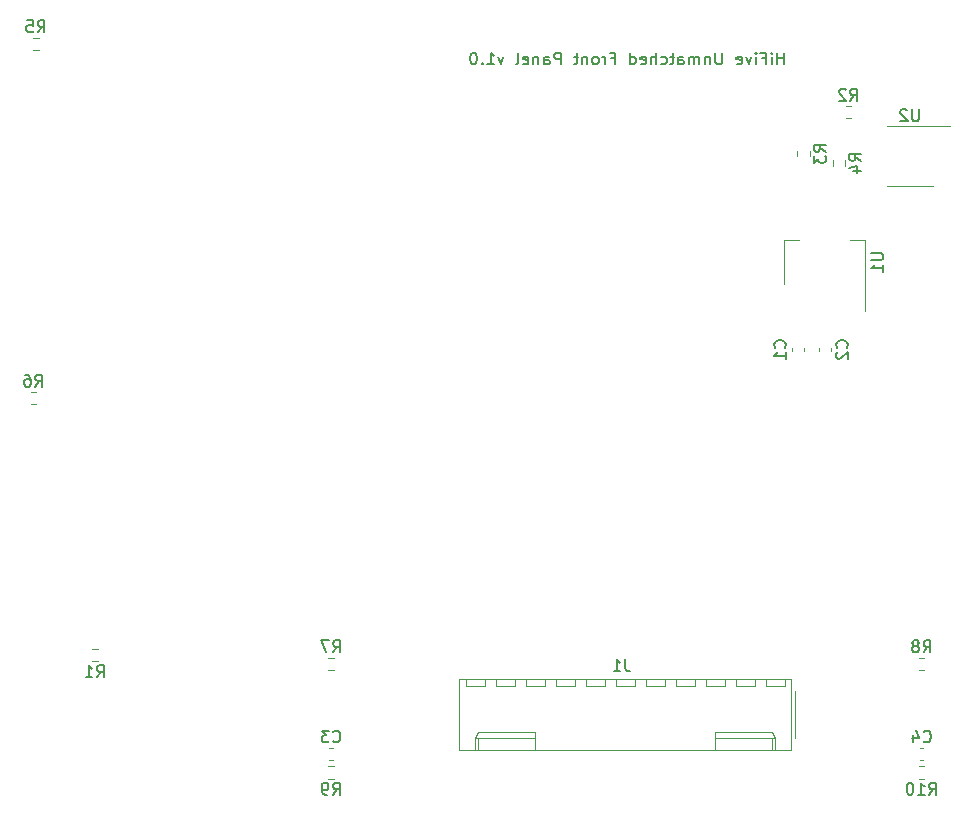
<source format=gbr>
%TF.GenerationSoftware,KiCad,Pcbnew,(5.99.0-8090-ga1d7a959f7)*%
%TF.CreationDate,2021-11-03T17:46:47+00:00*%
%TF.ProjectId,Front_Panel,46726f6e-745f-4506-916e-656c2e6b6963,rev?*%
%TF.SameCoordinates,Original*%
%TF.FileFunction,Legend,Bot*%
%TF.FilePolarity,Positive*%
%FSLAX46Y46*%
G04 Gerber Fmt 4.6, Leading zero omitted, Abs format (unit mm)*
G04 Created by KiCad (PCBNEW (5.99.0-8090-ga1d7a959f7)) date 2021-11-03 17:46:47*
%MOMM*%
%LPD*%
G01*
G04 APERTURE LIST*
%ADD10C,0.150000*%
%ADD11C,0.120000*%
G04 APERTURE END LIST*
D10*
X138361904Y-71752380D02*
X138361904Y-70752380D01*
X138361904Y-71228571D02*
X137790476Y-71228571D01*
X137790476Y-71752380D02*
X137790476Y-70752380D01*
X137314285Y-71752380D02*
X137314285Y-71085714D01*
X137314285Y-70752380D02*
X137361904Y-70800000D01*
X137314285Y-70847619D01*
X137266666Y-70800000D01*
X137314285Y-70752380D01*
X137314285Y-70847619D01*
X136504761Y-71228571D02*
X136838095Y-71228571D01*
X136838095Y-71752380D02*
X136838095Y-70752380D01*
X136361904Y-70752380D01*
X135980952Y-71752380D02*
X135980952Y-71085714D01*
X135980952Y-70752380D02*
X136028571Y-70800000D01*
X135980952Y-70847619D01*
X135933333Y-70800000D01*
X135980952Y-70752380D01*
X135980952Y-70847619D01*
X135600000Y-71085714D02*
X135361904Y-71752380D01*
X135123809Y-71085714D01*
X134361904Y-71704761D02*
X134457142Y-71752380D01*
X134647619Y-71752380D01*
X134742857Y-71704761D01*
X134790476Y-71609523D01*
X134790476Y-71228571D01*
X134742857Y-71133333D01*
X134647619Y-71085714D01*
X134457142Y-71085714D01*
X134361904Y-71133333D01*
X134314285Y-71228571D01*
X134314285Y-71323809D01*
X134790476Y-71419047D01*
X133123809Y-70752380D02*
X133123809Y-71561904D01*
X133076190Y-71657142D01*
X133028571Y-71704761D01*
X132933333Y-71752380D01*
X132742857Y-71752380D01*
X132647619Y-71704761D01*
X132600000Y-71657142D01*
X132552380Y-71561904D01*
X132552380Y-70752380D01*
X132076190Y-71085714D02*
X132076190Y-71752380D01*
X132076190Y-71180952D02*
X132028571Y-71133333D01*
X131933333Y-71085714D01*
X131790476Y-71085714D01*
X131695238Y-71133333D01*
X131647619Y-71228571D01*
X131647619Y-71752380D01*
X131171428Y-71752380D02*
X131171428Y-71085714D01*
X131171428Y-71180952D02*
X131123809Y-71133333D01*
X131028571Y-71085714D01*
X130885714Y-71085714D01*
X130790476Y-71133333D01*
X130742857Y-71228571D01*
X130742857Y-71752380D01*
X130742857Y-71228571D02*
X130695238Y-71133333D01*
X130600000Y-71085714D01*
X130457142Y-71085714D01*
X130361904Y-71133333D01*
X130314285Y-71228571D01*
X130314285Y-71752380D01*
X129409523Y-71752380D02*
X129409523Y-71228571D01*
X129457142Y-71133333D01*
X129552380Y-71085714D01*
X129742857Y-71085714D01*
X129838095Y-71133333D01*
X129409523Y-71704761D02*
X129504761Y-71752380D01*
X129742857Y-71752380D01*
X129838095Y-71704761D01*
X129885714Y-71609523D01*
X129885714Y-71514285D01*
X129838095Y-71419047D01*
X129742857Y-71371428D01*
X129504761Y-71371428D01*
X129409523Y-71323809D01*
X129076190Y-71085714D02*
X128695238Y-71085714D01*
X128933333Y-70752380D02*
X128933333Y-71609523D01*
X128885714Y-71704761D01*
X128790476Y-71752380D01*
X128695238Y-71752380D01*
X127933333Y-71704761D02*
X128028571Y-71752380D01*
X128219047Y-71752380D01*
X128314285Y-71704761D01*
X128361904Y-71657142D01*
X128409523Y-71561904D01*
X128409523Y-71276190D01*
X128361904Y-71180952D01*
X128314285Y-71133333D01*
X128219047Y-71085714D01*
X128028571Y-71085714D01*
X127933333Y-71133333D01*
X127504761Y-71752380D02*
X127504761Y-70752380D01*
X127076190Y-71752380D02*
X127076190Y-71228571D01*
X127123809Y-71133333D01*
X127219047Y-71085714D01*
X127361904Y-71085714D01*
X127457142Y-71133333D01*
X127504761Y-71180952D01*
X126219047Y-71704761D02*
X126314285Y-71752380D01*
X126504761Y-71752380D01*
X126600000Y-71704761D01*
X126647619Y-71609523D01*
X126647619Y-71228571D01*
X126600000Y-71133333D01*
X126504761Y-71085714D01*
X126314285Y-71085714D01*
X126219047Y-71133333D01*
X126171428Y-71228571D01*
X126171428Y-71323809D01*
X126647619Y-71419047D01*
X125314285Y-71752380D02*
X125314285Y-70752380D01*
X125314285Y-71704761D02*
X125409523Y-71752380D01*
X125600000Y-71752380D01*
X125695238Y-71704761D01*
X125742857Y-71657142D01*
X125790476Y-71561904D01*
X125790476Y-71276190D01*
X125742857Y-71180952D01*
X125695238Y-71133333D01*
X125600000Y-71085714D01*
X125409523Y-71085714D01*
X125314285Y-71133333D01*
X123742857Y-71228571D02*
X124076190Y-71228571D01*
X124076190Y-71752380D02*
X124076190Y-70752380D01*
X123600000Y-70752380D01*
X123219047Y-71752380D02*
X123219047Y-71085714D01*
X123219047Y-71276190D02*
X123171428Y-71180952D01*
X123123809Y-71133333D01*
X123028571Y-71085714D01*
X122933333Y-71085714D01*
X122457142Y-71752380D02*
X122552380Y-71704761D01*
X122600000Y-71657142D01*
X122647619Y-71561904D01*
X122647619Y-71276190D01*
X122600000Y-71180952D01*
X122552380Y-71133333D01*
X122457142Y-71085714D01*
X122314285Y-71085714D01*
X122219047Y-71133333D01*
X122171428Y-71180952D01*
X122123809Y-71276190D01*
X122123809Y-71561904D01*
X122171428Y-71657142D01*
X122219047Y-71704761D01*
X122314285Y-71752380D01*
X122457142Y-71752380D01*
X121695238Y-71085714D02*
X121695238Y-71752380D01*
X121695238Y-71180952D02*
X121647619Y-71133333D01*
X121552380Y-71085714D01*
X121409523Y-71085714D01*
X121314285Y-71133333D01*
X121266666Y-71228571D01*
X121266666Y-71752380D01*
X120933333Y-71085714D02*
X120552380Y-71085714D01*
X120790476Y-70752380D02*
X120790476Y-71609523D01*
X120742857Y-71704761D01*
X120647619Y-71752380D01*
X120552380Y-71752380D01*
X119457142Y-71752380D02*
X119457142Y-70752380D01*
X119076190Y-70752380D01*
X118980952Y-70800000D01*
X118933333Y-70847619D01*
X118885714Y-70942857D01*
X118885714Y-71085714D01*
X118933333Y-71180952D01*
X118980952Y-71228571D01*
X119076190Y-71276190D01*
X119457142Y-71276190D01*
X118028571Y-71752380D02*
X118028571Y-71228571D01*
X118076190Y-71133333D01*
X118171428Y-71085714D01*
X118361904Y-71085714D01*
X118457142Y-71133333D01*
X118028571Y-71704761D02*
X118123809Y-71752380D01*
X118361904Y-71752380D01*
X118457142Y-71704761D01*
X118504761Y-71609523D01*
X118504761Y-71514285D01*
X118457142Y-71419047D01*
X118361904Y-71371428D01*
X118123809Y-71371428D01*
X118028571Y-71323809D01*
X117552380Y-71085714D02*
X117552380Y-71752380D01*
X117552380Y-71180952D02*
X117504761Y-71133333D01*
X117409523Y-71085714D01*
X117266666Y-71085714D01*
X117171428Y-71133333D01*
X117123809Y-71228571D01*
X117123809Y-71752380D01*
X116266666Y-71704761D02*
X116361904Y-71752380D01*
X116552380Y-71752380D01*
X116647619Y-71704761D01*
X116695238Y-71609523D01*
X116695238Y-71228571D01*
X116647619Y-71133333D01*
X116552380Y-71085714D01*
X116361904Y-71085714D01*
X116266666Y-71133333D01*
X116219047Y-71228571D01*
X116219047Y-71323809D01*
X116695238Y-71419047D01*
X115647619Y-71752380D02*
X115742857Y-71704761D01*
X115790476Y-71609523D01*
X115790476Y-70752380D01*
X114600000Y-71085714D02*
X114361904Y-71752380D01*
X114123809Y-71085714D01*
X113219047Y-71752380D02*
X113790476Y-71752380D01*
X113504761Y-71752380D02*
X113504761Y-70752380D01*
X113600000Y-70895238D01*
X113695238Y-70990476D01*
X113790476Y-71038095D01*
X112790476Y-71657142D02*
X112742857Y-71704761D01*
X112790476Y-71752380D01*
X112838095Y-71704761D01*
X112790476Y-71657142D01*
X112790476Y-71752380D01*
X112123809Y-70752380D02*
X112028571Y-70752380D01*
X111933333Y-70800000D01*
X111885714Y-70847619D01*
X111838095Y-70942857D01*
X111790476Y-71133333D01*
X111790476Y-71371428D01*
X111838095Y-71561904D01*
X111885714Y-71657142D01*
X111933333Y-71704761D01*
X112028571Y-71752380D01*
X112123809Y-71752380D01*
X112219047Y-71704761D01*
X112266666Y-71657142D01*
X112314285Y-71561904D01*
X112361904Y-71371428D01*
X112361904Y-71133333D01*
X112314285Y-70942857D01*
X112266666Y-70847619D01*
X112219047Y-70800000D01*
X112123809Y-70752380D01*
%TO.C,C4*%
X150166666Y-129057142D02*
X150214285Y-129104761D01*
X150357142Y-129152380D01*
X150452380Y-129152380D01*
X150595238Y-129104761D01*
X150690476Y-129009523D01*
X150738095Y-128914285D01*
X150785714Y-128723809D01*
X150785714Y-128580952D01*
X150738095Y-128390476D01*
X150690476Y-128295238D01*
X150595238Y-128200000D01*
X150452380Y-128152380D01*
X150357142Y-128152380D01*
X150214285Y-128200000D01*
X150166666Y-128247619D01*
X149309523Y-128485714D02*
X149309523Y-129152380D01*
X149547619Y-128104761D02*
X149785714Y-128819047D01*
X149166666Y-128819047D01*
%TO.C,R8*%
X150166666Y-121522380D02*
X150500000Y-121046190D01*
X150738095Y-121522380D02*
X150738095Y-120522380D01*
X150357142Y-120522380D01*
X150261904Y-120570000D01*
X150214285Y-120617619D01*
X150166666Y-120712857D01*
X150166666Y-120855714D01*
X150214285Y-120950952D01*
X150261904Y-120998571D01*
X150357142Y-121046190D01*
X150738095Y-121046190D01*
X149595238Y-120950952D02*
X149690476Y-120903333D01*
X149738095Y-120855714D01*
X149785714Y-120760476D01*
X149785714Y-120712857D01*
X149738095Y-120617619D01*
X149690476Y-120570000D01*
X149595238Y-120522380D01*
X149404761Y-120522380D01*
X149309523Y-120570000D01*
X149261904Y-120617619D01*
X149214285Y-120712857D01*
X149214285Y-120760476D01*
X149261904Y-120855714D01*
X149309523Y-120903333D01*
X149404761Y-120950952D01*
X149595238Y-120950952D01*
X149690476Y-120998571D01*
X149738095Y-121046190D01*
X149785714Y-121141428D01*
X149785714Y-121331904D01*
X149738095Y-121427142D01*
X149690476Y-121474761D01*
X149595238Y-121522380D01*
X149404761Y-121522380D01*
X149309523Y-121474761D01*
X149261904Y-121427142D01*
X149214285Y-121331904D01*
X149214285Y-121141428D01*
X149261904Y-121046190D01*
X149309523Y-120998571D01*
X149404761Y-120950952D01*
%TO.C,C3*%
X100166666Y-129057142D02*
X100214285Y-129104761D01*
X100357142Y-129152380D01*
X100452380Y-129152380D01*
X100595238Y-129104761D01*
X100690476Y-129009523D01*
X100738095Y-128914285D01*
X100785714Y-128723809D01*
X100785714Y-128580952D01*
X100738095Y-128390476D01*
X100690476Y-128295238D01*
X100595238Y-128200000D01*
X100452380Y-128152380D01*
X100357142Y-128152380D01*
X100214285Y-128200000D01*
X100166666Y-128247619D01*
X99833333Y-128152380D02*
X99214285Y-128152380D01*
X99547619Y-128533333D01*
X99404761Y-128533333D01*
X99309523Y-128580952D01*
X99261904Y-128628571D01*
X99214285Y-128723809D01*
X99214285Y-128961904D01*
X99261904Y-129057142D01*
X99309523Y-129104761D01*
X99404761Y-129152380D01*
X99690476Y-129152380D01*
X99785714Y-129104761D01*
X99833333Y-129057142D01*
%TO.C,R2*%
X143966666Y-74822380D02*
X144300000Y-74346190D01*
X144538095Y-74822380D02*
X144538095Y-73822380D01*
X144157142Y-73822380D01*
X144061904Y-73870000D01*
X144014285Y-73917619D01*
X143966666Y-74012857D01*
X143966666Y-74155714D01*
X144014285Y-74250952D01*
X144061904Y-74298571D01*
X144157142Y-74346190D01*
X144538095Y-74346190D01*
X143585714Y-73917619D02*
X143538095Y-73870000D01*
X143442857Y-73822380D01*
X143204761Y-73822380D01*
X143109523Y-73870000D01*
X143061904Y-73917619D01*
X143014285Y-74012857D01*
X143014285Y-74108095D01*
X143061904Y-74250952D01*
X143633333Y-74822380D01*
X143014285Y-74822380D01*
%TO.C,R9*%
X100166666Y-133582380D02*
X100500000Y-133106190D01*
X100738095Y-133582380D02*
X100738095Y-132582380D01*
X100357142Y-132582380D01*
X100261904Y-132630000D01*
X100214285Y-132677619D01*
X100166666Y-132772857D01*
X100166666Y-132915714D01*
X100214285Y-133010952D01*
X100261904Y-133058571D01*
X100357142Y-133106190D01*
X100738095Y-133106190D01*
X99690476Y-133582380D02*
X99500000Y-133582380D01*
X99404761Y-133534761D01*
X99357142Y-133487142D01*
X99261904Y-133344285D01*
X99214285Y-133153809D01*
X99214285Y-132772857D01*
X99261904Y-132677619D01*
X99309523Y-132630000D01*
X99404761Y-132582380D01*
X99595238Y-132582380D01*
X99690476Y-132630000D01*
X99738095Y-132677619D01*
X99785714Y-132772857D01*
X99785714Y-133010952D01*
X99738095Y-133106190D01*
X99690476Y-133153809D01*
X99595238Y-133201428D01*
X99404761Y-133201428D01*
X99309523Y-133153809D01*
X99261904Y-133106190D01*
X99214285Y-133010952D01*
%TO.C,R6*%
X74966666Y-99022380D02*
X75300000Y-98546190D01*
X75538095Y-99022380D02*
X75538095Y-98022380D01*
X75157142Y-98022380D01*
X75061904Y-98070000D01*
X75014285Y-98117619D01*
X74966666Y-98212857D01*
X74966666Y-98355714D01*
X75014285Y-98450952D01*
X75061904Y-98498571D01*
X75157142Y-98546190D01*
X75538095Y-98546190D01*
X74109523Y-98022380D02*
X74300000Y-98022380D01*
X74395238Y-98070000D01*
X74442857Y-98117619D01*
X74538095Y-98260476D01*
X74585714Y-98450952D01*
X74585714Y-98831904D01*
X74538095Y-98927142D01*
X74490476Y-98974761D01*
X74395238Y-99022380D01*
X74204761Y-99022380D01*
X74109523Y-98974761D01*
X74061904Y-98927142D01*
X74014285Y-98831904D01*
X74014285Y-98593809D01*
X74061904Y-98498571D01*
X74109523Y-98450952D01*
X74204761Y-98403333D01*
X74395238Y-98403333D01*
X74490476Y-98450952D01*
X74538095Y-98498571D01*
X74585714Y-98593809D01*
%TO.C,R1*%
X80166666Y-123632380D02*
X80500000Y-123156190D01*
X80738095Y-123632380D02*
X80738095Y-122632380D01*
X80357142Y-122632380D01*
X80261904Y-122680000D01*
X80214285Y-122727619D01*
X80166666Y-122822857D01*
X80166666Y-122965714D01*
X80214285Y-123060952D01*
X80261904Y-123108571D01*
X80357142Y-123156190D01*
X80738095Y-123156190D01*
X79214285Y-123632380D02*
X79785714Y-123632380D01*
X79500000Y-123632380D02*
X79500000Y-122632380D01*
X79595238Y-122775238D01*
X79690476Y-122870476D01*
X79785714Y-122918095D01*
%TO.C,U1*%
X145752380Y-87738095D02*
X146561904Y-87738095D01*
X146657142Y-87785714D01*
X146704761Y-87833333D01*
X146752380Y-87928571D01*
X146752380Y-88119047D01*
X146704761Y-88214285D01*
X146657142Y-88261904D01*
X146561904Y-88309523D01*
X145752380Y-88309523D01*
X146752380Y-89309523D02*
X146752380Y-88738095D01*
X146752380Y-89023809D02*
X145752380Y-89023809D01*
X145895238Y-88928571D01*
X145990476Y-88833333D01*
X146038095Y-88738095D01*
%TO.C,C2*%
X143657142Y-95733333D02*
X143704761Y-95685714D01*
X143752380Y-95542857D01*
X143752380Y-95447619D01*
X143704761Y-95304761D01*
X143609523Y-95209523D01*
X143514285Y-95161904D01*
X143323809Y-95114285D01*
X143180952Y-95114285D01*
X142990476Y-95161904D01*
X142895238Y-95209523D01*
X142800000Y-95304761D01*
X142752380Y-95447619D01*
X142752380Y-95542857D01*
X142800000Y-95685714D01*
X142847619Y-95733333D01*
X142847619Y-96114285D02*
X142800000Y-96161904D01*
X142752380Y-96257142D01*
X142752380Y-96495238D01*
X142800000Y-96590476D01*
X142847619Y-96638095D01*
X142942857Y-96685714D01*
X143038095Y-96685714D01*
X143180952Y-96638095D01*
X143752380Y-96066666D01*
X143752380Y-96685714D01*
%TO.C,J1*%
X124933333Y-122132380D02*
X124933333Y-122846666D01*
X124980952Y-122989523D01*
X125076190Y-123084761D01*
X125219047Y-123132380D01*
X125314285Y-123132380D01*
X123933333Y-123132380D02*
X124504761Y-123132380D01*
X124219047Y-123132380D02*
X124219047Y-122132380D01*
X124314285Y-122275238D01*
X124409523Y-122370476D01*
X124504761Y-122418095D01*
%TO.C,U2*%
X149761904Y-75552380D02*
X149761904Y-76361904D01*
X149714285Y-76457142D01*
X149666666Y-76504761D01*
X149571428Y-76552380D01*
X149380952Y-76552380D01*
X149285714Y-76504761D01*
X149238095Y-76457142D01*
X149190476Y-76361904D01*
X149190476Y-75552380D01*
X148761904Y-75647619D02*
X148714285Y-75600000D01*
X148619047Y-75552380D01*
X148380952Y-75552380D01*
X148285714Y-75600000D01*
X148238095Y-75647619D01*
X148190476Y-75742857D01*
X148190476Y-75838095D01*
X148238095Y-75980952D01*
X148809523Y-76552380D01*
X148190476Y-76552380D01*
%TO.C,R5*%
X75166666Y-69022380D02*
X75500000Y-68546190D01*
X75738095Y-69022380D02*
X75738095Y-68022380D01*
X75357142Y-68022380D01*
X75261904Y-68070000D01*
X75214285Y-68117619D01*
X75166666Y-68212857D01*
X75166666Y-68355714D01*
X75214285Y-68450952D01*
X75261904Y-68498571D01*
X75357142Y-68546190D01*
X75738095Y-68546190D01*
X74261904Y-68022380D02*
X74738095Y-68022380D01*
X74785714Y-68498571D01*
X74738095Y-68450952D01*
X74642857Y-68403333D01*
X74404761Y-68403333D01*
X74309523Y-68450952D01*
X74261904Y-68498571D01*
X74214285Y-68593809D01*
X74214285Y-68831904D01*
X74261904Y-68927142D01*
X74309523Y-68974761D01*
X74404761Y-69022380D01*
X74642857Y-69022380D01*
X74738095Y-68974761D01*
X74785714Y-68927142D01*
%TO.C,R7*%
X100166666Y-121522380D02*
X100500000Y-121046190D01*
X100738095Y-121522380D02*
X100738095Y-120522380D01*
X100357142Y-120522380D01*
X100261904Y-120570000D01*
X100214285Y-120617619D01*
X100166666Y-120712857D01*
X100166666Y-120855714D01*
X100214285Y-120950952D01*
X100261904Y-120998571D01*
X100357142Y-121046190D01*
X100738095Y-121046190D01*
X99833333Y-120522380D02*
X99166666Y-120522380D01*
X99595238Y-121522380D01*
%TO.C,R10*%
X150642857Y-133582380D02*
X150976190Y-133106190D01*
X151214285Y-133582380D02*
X151214285Y-132582380D01*
X150833333Y-132582380D01*
X150738095Y-132630000D01*
X150690476Y-132677619D01*
X150642857Y-132772857D01*
X150642857Y-132915714D01*
X150690476Y-133010952D01*
X150738095Y-133058571D01*
X150833333Y-133106190D01*
X151214285Y-133106190D01*
X149690476Y-133582380D02*
X150261904Y-133582380D01*
X149976190Y-133582380D02*
X149976190Y-132582380D01*
X150071428Y-132725238D01*
X150166666Y-132820476D01*
X150261904Y-132868095D01*
X149071428Y-132582380D02*
X148976190Y-132582380D01*
X148880952Y-132630000D01*
X148833333Y-132677619D01*
X148785714Y-132772857D01*
X148738095Y-132963333D01*
X148738095Y-133201428D01*
X148785714Y-133391904D01*
X148833333Y-133487142D01*
X148880952Y-133534761D01*
X148976190Y-133582380D01*
X149071428Y-133582380D01*
X149166666Y-133534761D01*
X149214285Y-133487142D01*
X149261904Y-133391904D01*
X149309523Y-133201428D01*
X149309523Y-132963333D01*
X149261904Y-132772857D01*
X149214285Y-132677619D01*
X149166666Y-132630000D01*
X149071428Y-132582380D01*
%TO.C,R4*%
X144882380Y-79933333D02*
X144406190Y-79600000D01*
X144882380Y-79361904D02*
X143882380Y-79361904D01*
X143882380Y-79742857D01*
X143930000Y-79838095D01*
X143977619Y-79885714D01*
X144072857Y-79933333D01*
X144215714Y-79933333D01*
X144310952Y-79885714D01*
X144358571Y-79838095D01*
X144406190Y-79742857D01*
X144406190Y-79361904D01*
X144215714Y-80790476D02*
X144882380Y-80790476D01*
X143834761Y-80552380D02*
X144549047Y-80314285D01*
X144549047Y-80933333D01*
%TO.C,C1*%
X138427142Y-95733333D02*
X138474761Y-95685714D01*
X138522380Y-95542857D01*
X138522380Y-95447619D01*
X138474761Y-95304761D01*
X138379523Y-95209523D01*
X138284285Y-95161904D01*
X138093809Y-95114285D01*
X137950952Y-95114285D01*
X137760476Y-95161904D01*
X137665238Y-95209523D01*
X137570000Y-95304761D01*
X137522380Y-95447619D01*
X137522380Y-95542857D01*
X137570000Y-95685714D01*
X137617619Y-95733333D01*
X138522380Y-96685714D02*
X138522380Y-96114285D01*
X138522380Y-96400000D02*
X137522380Y-96400000D01*
X137665238Y-96304761D01*
X137760476Y-96209523D01*
X137808095Y-96114285D01*
%TO.C,R3*%
X141882380Y-79133333D02*
X141406190Y-78800000D01*
X141882380Y-78561904D02*
X140882380Y-78561904D01*
X140882380Y-78942857D01*
X140930000Y-79038095D01*
X140977619Y-79085714D01*
X141072857Y-79133333D01*
X141215714Y-79133333D01*
X141310952Y-79085714D01*
X141358571Y-79038095D01*
X141406190Y-78942857D01*
X141406190Y-78561904D01*
X140882380Y-79466666D02*
X140882380Y-80085714D01*
X141263333Y-79752380D01*
X141263333Y-79895238D01*
X141310952Y-79990476D01*
X141358571Y-80038095D01*
X141453809Y-80085714D01*
X141691904Y-80085714D01*
X141787142Y-80038095D01*
X141834761Y-79990476D01*
X141882380Y-79895238D01*
X141882380Y-79609523D01*
X141834761Y-79514285D01*
X141787142Y-79466666D01*
D11*
%TO.C,C4*%
X149859420Y-130610000D02*
X150140580Y-130610000D01*
X149859420Y-129590000D02*
X150140580Y-129590000D01*
%TO.C,R8*%
X150237258Y-123022500D02*
X149762742Y-123022500D01*
X150237258Y-121977500D02*
X149762742Y-121977500D01*
%TO.C,C3*%
X99859420Y-130610000D02*
X100140580Y-130610000D01*
X99859420Y-129590000D02*
X100140580Y-129590000D01*
%TO.C,R2*%
X144037258Y-76322500D02*
X143562742Y-76322500D01*
X144037258Y-75277500D02*
X143562742Y-75277500D01*
%TO.C,R9*%
X99762742Y-132222500D02*
X100237258Y-132222500D01*
X99762742Y-131177500D02*
X100237258Y-131177500D01*
%TO.C,R6*%
X75037258Y-100522500D02*
X74562742Y-100522500D01*
X75037258Y-99477500D02*
X74562742Y-99477500D01*
%TO.C,R1*%
X79762742Y-121227500D02*
X80237258Y-121227500D01*
X79762742Y-122272500D02*
X80237258Y-122272500D01*
%TO.C,U1*%
X145210000Y-86590000D02*
X143950000Y-86590000D01*
X145210000Y-92600000D02*
X145210000Y-86590000D01*
X138390000Y-86590000D02*
X139650000Y-86590000D01*
X138390000Y-90350000D02*
X138390000Y-86590000D01*
%TO.C,C2*%
X141290000Y-95759420D02*
X141290000Y-96040580D01*
X142310000Y-95759420D02*
X142310000Y-96040580D01*
%TO.C,J1*%
X130780000Y-124370000D02*
X129180000Y-124370000D01*
X113000000Y-123770000D02*
X113000000Y-124370000D01*
X132520000Y-128790000D02*
X132520000Y-129790000D01*
X112450000Y-129790000D02*
X112450000Y-128790000D01*
X123160000Y-123770000D02*
X123160000Y-124370000D01*
X116480000Y-124370000D02*
X116480000Y-123770000D01*
X137600000Y-128790000D02*
X132520000Y-128790000D01*
X112200000Y-128790000D02*
X112450000Y-128260000D01*
X128240000Y-123770000D02*
X128240000Y-124370000D01*
X117280000Y-128790000D02*
X117280000Y-129790000D01*
X133320000Y-123770000D02*
X133320000Y-124370000D01*
X123160000Y-124370000D02*
X121560000Y-124370000D01*
X121560000Y-124370000D02*
X121560000Y-123770000D01*
X118080000Y-124370000D02*
X116480000Y-124370000D01*
X110820000Y-129790000D02*
X110820000Y-123770000D01*
X131720000Y-124370000D02*
X131720000Y-123770000D01*
X137600000Y-129790000D02*
X137600000Y-128790000D01*
X125700000Y-124370000D02*
X124100000Y-124370000D01*
X119020000Y-124370000D02*
X119020000Y-123770000D01*
X138980000Y-129790000D02*
X110820000Y-129790000D01*
X110820000Y-123770000D02*
X138980000Y-123770000D01*
X132520000Y-128260000D02*
X132520000Y-128790000D01*
X115540000Y-124370000D02*
X113940000Y-124370000D01*
X125700000Y-123770000D02*
X125700000Y-124370000D01*
X112450000Y-128260000D02*
X117280000Y-128260000D01*
X128240000Y-124370000D02*
X126640000Y-124370000D01*
X137350000Y-128260000D02*
X132520000Y-128260000D01*
X126640000Y-124370000D02*
X126640000Y-123770000D01*
X138400000Y-124370000D02*
X136800000Y-124370000D01*
X111400000Y-124370000D02*
X111400000Y-123770000D01*
X138980000Y-123770000D02*
X138980000Y-129790000D01*
X137350000Y-129790000D02*
X137350000Y-128790000D01*
X120620000Y-124370000D02*
X119020000Y-124370000D01*
X117280000Y-128260000D02*
X117280000Y-128790000D01*
X133320000Y-124370000D02*
X131720000Y-124370000D01*
X138400000Y-123770000D02*
X138400000Y-124370000D01*
X112200000Y-128790000D02*
X117280000Y-128790000D01*
X112200000Y-129790000D02*
X112200000Y-128790000D01*
X118080000Y-123770000D02*
X118080000Y-124370000D01*
X137600000Y-128790000D02*
X137350000Y-128260000D01*
X113940000Y-124370000D02*
X113940000Y-123770000D01*
X135860000Y-123770000D02*
X135860000Y-124370000D01*
X129180000Y-124370000D02*
X129180000Y-123770000D01*
X134260000Y-124370000D02*
X134260000Y-123770000D01*
X113000000Y-124370000D02*
X111400000Y-124370000D01*
X139270000Y-124800000D02*
X139270000Y-128800000D01*
X120620000Y-123770000D02*
X120620000Y-124370000D01*
X136800000Y-124370000D02*
X136800000Y-123770000D01*
X135860000Y-124370000D02*
X134260000Y-124370000D01*
X124100000Y-124370000D02*
X124100000Y-123770000D01*
X115540000Y-123770000D02*
X115540000Y-124370000D01*
X130780000Y-123770000D02*
X130780000Y-124370000D01*
%TO.C,U2*%
X149000000Y-76940000D02*
X152450000Y-76940000D01*
X149000000Y-82060000D02*
X150950000Y-82060000D01*
X149000000Y-76940000D02*
X147050000Y-76940000D01*
X149000000Y-82060000D02*
X147050000Y-82060000D01*
%TO.C,R5*%
X75237258Y-69477500D02*
X74762742Y-69477500D01*
X75237258Y-70522500D02*
X74762742Y-70522500D01*
%TO.C,R7*%
X100237258Y-121977500D02*
X99762742Y-121977500D01*
X100237258Y-123022500D02*
X99762742Y-123022500D01*
%TO.C,R10*%
X149762742Y-131177500D02*
X150237258Y-131177500D01*
X149762742Y-132222500D02*
X150237258Y-132222500D01*
%TO.C,R4*%
X143522500Y-80337258D02*
X143522500Y-79862742D01*
X142477500Y-80337258D02*
X142477500Y-79862742D01*
%TO.C,C1*%
X138990000Y-95759420D02*
X138990000Y-96040580D01*
X140010000Y-95759420D02*
X140010000Y-96040580D01*
%TO.C,R3*%
X140522500Y-79537258D02*
X140522500Y-79062742D01*
X139477500Y-79537258D02*
X139477500Y-79062742D01*
%TD*%
M02*

</source>
